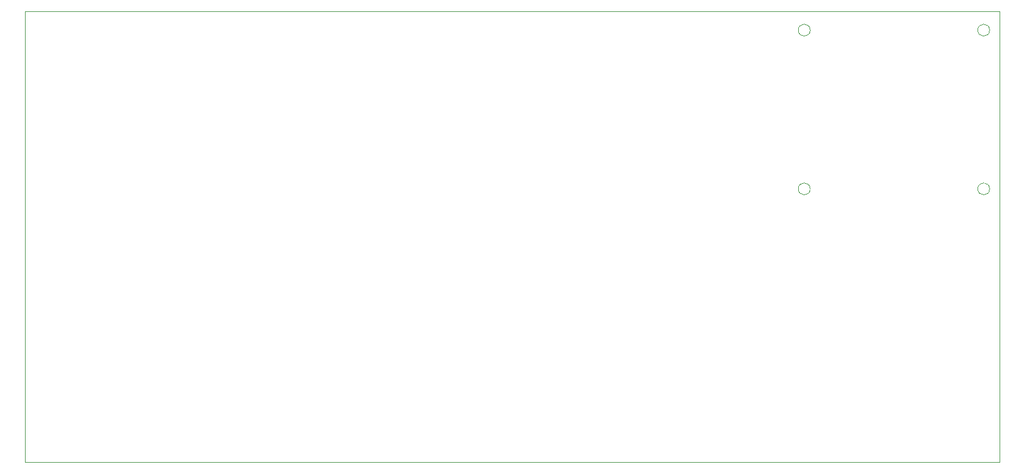
<source format=gm1>
G04 #@! TF.GenerationSoftware,KiCad,Pcbnew,(7.99.0-200-gad838e3d73)*
G04 #@! TF.CreationDate,2024-03-15T16:03:47+07:00*
G04 #@! TF.ProjectId,WMS,574d532e-6b69-4636-9164-5f7063625858,rev?*
G04 #@! TF.SameCoordinates,Original*
G04 #@! TF.FileFunction,Profile,NP*
%FSLAX46Y46*%
G04 Gerber Fmt 4.6, Leading zero omitted, Abs format (unit mm)*
G04 Created by KiCad (PCBNEW (7.99.0-200-gad838e3d73)) date 2024-03-15 16:03:47*
%MOMM*%
%LPD*%
G01*
G04 APERTURE LIST*
G04 #@! TA.AperFunction,Profile*
%ADD10C,0.100000*%
G04 #@! TD*
G04 #@! TA.AperFunction,Profile*
%ADD11C,0.050000*%
G04 #@! TD*
G04 APERTURE END LIST*
D10*
X68453000Y-51892200D02*
X207010000Y-51892200D01*
X207010000Y-51892200D02*
X207010000Y-116078000D01*
X207010000Y-116078000D02*
X68453000Y-116078000D01*
X68453000Y-116078000D02*
X68453000Y-51892200D01*
D11*
X180097800Y-77147400D02*
G75*
G03*
X180097800Y-77147400I-850000J0D01*
G01*
X205597800Y-77147400D02*
G75*
G03*
X205597800Y-77147400I-850000J0D01*
G01*
X180097800Y-54547400D02*
G75*
G03*
X180097800Y-54547400I-850000J0D01*
G01*
X205597800Y-54547400D02*
G75*
G03*
X205597800Y-54547400I-850000J0D01*
G01*
M02*

</source>
